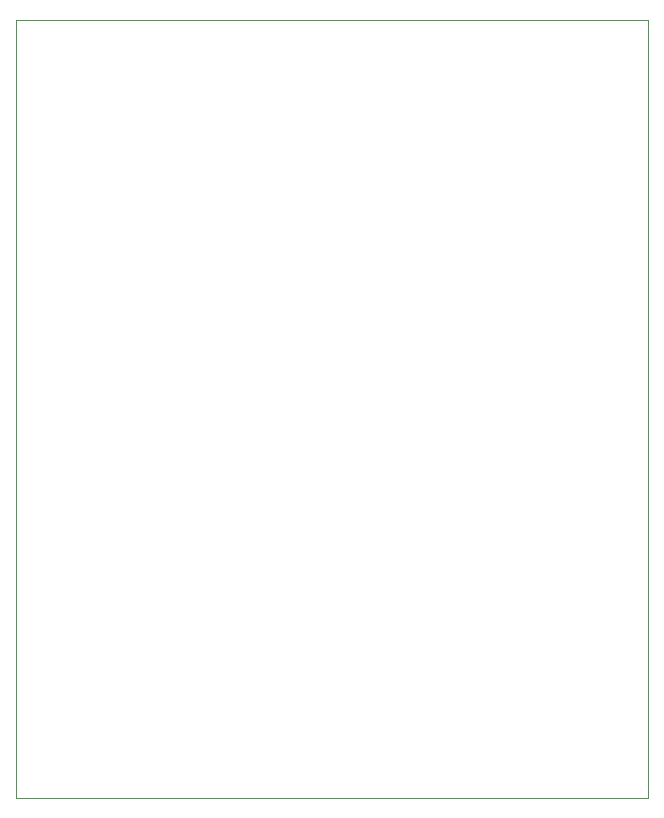
<source format=gbr>
%TF.GenerationSoftware,KiCad,Pcbnew,9.0.6*%
%TF.CreationDate,2025-12-01T23:19:04-05:00*%
%TF.ProjectId,project,70726f6a-6563-4742-9e6b-696361645f70,rev?*%
%TF.SameCoordinates,Original*%
%TF.FileFunction,Profile,NP*%
%FSLAX46Y46*%
G04 Gerber Fmt 4.6, Leading zero omitted, Abs format (unit mm)*
G04 Created by KiCad (PCBNEW 9.0.6) date 2025-12-01 23:19:04*
%MOMM*%
%LPD*%
G01*
G04 APERTURE LIST*
%TA.AperFunction,Profile*%
%ADD10C,0.050000*%
%TD*%
G04 APERTURE END LIST*
D10*
X99640000Y-34090000D02*
X153110000Y-34090000D01*
X153110000Y-100010000D01*
X99640000Y-100010000D01*
X99640000Y-34090000D01*
M02*

</source>
